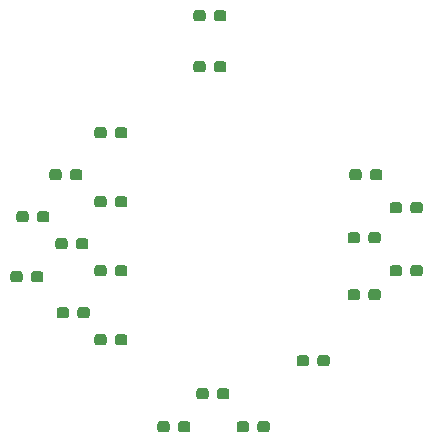
<source format=gtp>
G04 #@! TF.GenerationSoftware,KiCad,Pcbnew,(5.1.6-0-10_14)*
G04 #@! TF.CreationDate,2022-01-06T22:32:46-06:00*
G04 #@! TF.ProjectId,opto_isolator,6f70746f-5f69-4736-9f6c-61746f722e6b,rev?*
G04 #@! TF.SameCoordinates,Original*
G04 #@! TF.FileFunction,Paste,Top*
G04 #@! TF.FilePolarity,Positive*
%FSLAX46Y46*%
G04 Gerber Fmt 4.6, Leading zero omitted, Abs format (unit mm)*
G04 Created by KiCad (PCBNEW (5.1.6-0-10_14)) date 2022-01-06 22:32:46*
%MOMM*%
%LPD*%
G01*
G04 APERTURE LIST*
G04 APERTURE END LIST*
G36*
G01*
X127011000Y-95995500D02*
X127011000Y-95520500D01*
G75*
G02*
X127248500Y-95283000I237500J0D01*
G01*
X127823500Y-95283000D01*
G75*
G02*
X128061000Y-95520500I0J-237500D01*
G01*
X128061000Y-95995500D01*
G75*
G02*
X127823500Y-96233000I-237500J0D01*
G01*
X127248500Y-96233000D01*
G75*
G02*
X127011000Y-95995500I0J237500D01*
G01*
G37*
G36*
G01*
X128761000Y-95995500D02*
X128761000Y-95520500D01*
G75*
G02*
X128998500Y-95283000I237500J0D01*
G01*
X129573500Y-95283000D01*
G75*
G02*
X129811000Y-95520500I0J-237500D01*
G01*
X129811000Y-95995500D01*
G75*
G02*
X129573500Y-96233000I-237500J0D01*
G01*
X128998500Y-96233000D01*
G75*
G02*
X128761000Y-95995500I0J237500D01*
G01*
G37*
G36*
G01*
X113521000Y-81009500D02*
X113521000Y-80534500D01*
G75*
G02*
X113758500Y-80297000I237500J0D01*
G01*
X114333500Y-80297000D01*
G75*
G02*
X114571000Y-80534500I0J-237500D01*
G01*
X114571000Y-81009500D01*
G75*
G02*
X114333500Y-81247000I-237500J0D01*
G01*
X113758500Y-81247000D01*
G75*
G02*
X113521000Y-81009500I0J237500D01*
G01*
G37*
G36*
G01*
X111771000Y-81009500D02*
X111771000Y-80534500D01*
G75*
G02*
X112008500Y-80297000I237500J0D01*
G01*
X112583500Y-80297000D01*
G75*
G02*
X112821000Y-80534500I0J-237500D01*
G01*
X112821000Y-81009500D01*
G75*
G02*
X112583500Y-81247000I-237500J0D01*
G01*
X112008500Y-81247000D01*
G75*
G02*
X111771000Y-81009500I0J237500D01*
G01*
G37*
G36*
G01*
X129557000Y-67834500D02*
X129557000Y-68309500D01*
G75*
G02*
X129319500Y-68547000I-237500J0D01*
G01*
X128744500Y-68547000D01*
G75*
G02*
X128507000Y-68309500I0J237500D01*
G01*
X128507000Y-67834500D01*
G75*
G02*
X128744500Y-67597000I237500J0D01*
G01*
X129319500Y-67597000D01*
G75*
G02*
X129557000Y-67834500I0J-237500D01*
G01*
G37*
G36*
G01*
X127807000Y-67834500D02*
X127807000Y-68309500D01*
G75*
G02*
X127569500Y-68547000I-237500J0D01*
G01*
X126994500Y-68547000D01*
G75*
G02*
X126757000Y-68309500I0J237500D01*
G01*
X126757000Y-67834500D01*
G75*
G02*
X126994500Y-67597000I237500J0D01*
G01*
X127569500Y-67597000D01*
G75*
G02*
X127807000Y-67834500I0J-237500D01*
G01*
G37*
G36*
G01*
X140874000Y-87138500D02*
X140874000Y-87613500D01*
G75*
G02*
X140636500Y-87851000I-237500J0D01*
G01*
X140061500Y-87851000D01*
G75*
G02*
X139824000Y-87613500I0J237500D01*
G01*
X139824000Y-87138500D01*
G75*
G02*
X140061500Y-86901000I237500J0D01*
G01*
X140636500Y-86901000D01*
G75*
G02*
X140874000Y-87138500I0J-237500D01*
G01*
G37*
G36*
G01*
X142624000Y-87138500D02*
X142624000Y-87613500D01*
G75*
G02*
X142386500Y-87851000I-237500J0D01*
G01*
X141811500Y-87851000D01*
G75*
G02*
X141574000Y-87613500I0J237500D01*
G01*
X141574000Y-87138500D01*
G75*
G02*
X141811500Y-86901000I237500J0D01*
G01*
X142386500Y-86901000D01*
G75*
G02*
X142624000Y-87138500I0J-237500D01*
G01*
G37*
G36*
G01*
X132176000Y-98789500D02*
X132176000Y-98314500D01*
G75*
G02*
X132413500Y-98077000I237500J0D01*
G01*
X132988500Y-98077000D01*
G75*
G02*
X133226000Y-98314500I0J-237500D01*
G01*
X133226000Y-98789500D01*
G75*
G02*
X132988500Y-99027000I-237500J0D01*
G01*
X132413500Y-99027000D01*
G75*
G02*
X132176000Y-98789500I0J237500D01*
G01*
G37*
G36*
G01*
X130426000Y-98789500D02*
X130426000Y-98314500D01*
G75*
G02*
X130663500Y-98077000I237500J0D01*
G01*
X131238500Y-98077000D01*
G75*
G02*
X131476000Y-98314500I0J-237500D01*
G01*
X131476000Y-98789500D01*
G75*
G02*
X131238500Y-99027000I-237500J0D01*
G01*
X130663500Y-99027000D01*
G75*
G02*
X130426000Y-98789500I0J237500D01*
G01*
G37*
G36*
G01*
X121175000Y-79264500D02*
X121175000Y-79739500D01*
G75*
G02*
X120937500Y-79977000I-237500J0D01*
G01*
X120362500Y-79977000D01*
G75*
G02*
X120125000Y-79739500I0J237500D01*
G01*
X120125000Y-79264500D01*
G75*
G02*
X120362500Y-79027000I237500J0D01*
G01*
X120937500Y-79027000D01*
G75*
G02*
X121175000Y-79264500I0J-237500D01*
G01*
G37*
G36*
G01*
X119425000Y-79264500D02*
X119425000Y-79739500D01*
G75*
G02*
X119187500Y-79977000I-237500J0D01*
G01*
X118612500Y-79977000D01*
G75*
G02*
X118375000Y-79739500I0J237500D01*
G01*
X118375000Y-79264500D01*
G75*
G02*
X118612500Y-79027000I237500J0D01*
G01*
X119187500Y-79027000D01*
G75*
G02*
X119425000Y-79264500I0J-237500D01*
G01*
G37*
G36*
G01*
X120125000Y-73897500D02*
X120125000Y-73422500D01*
G75*
G02*
X120362500Y-73185000I237500J0D01*
G01*
X120937500Y-73185000D01*
G75*
G02*
X121175000Y-73422500I0J-237500D01*
G01*
X121175000Y-73897500D01*
G75*
G02*
X120937500Y-74135000I-237500J0D01*
G01*
X120362500Y-74135000D01*
G75*
G02*
X120125000Y-73897500I0J237500D01*
G01*
G37*
G36*
G01*
X118375000Y-73897500D02*
X118375000Y-73422500D01*
G75*
G02*
X118612500Y-73185000I237500J0D01*
G01*
X119187500Y-73185000D01*
G75*
G02*
X119425000Y-73422500I0J-237500D01*
G01*
X119425000Y-73897500D01*
G75*
G02*
X119187500Y-74135000I-237500J0D01*
G01*
X118612500Y-74135000D01*
G75*
G02*
X118375000Y-73897500I0J237500D01*
G01*
G37*
G36*
G01*
X114565000Y-77453500D02*
X114565000Y-76978500D01*
G75*
G02*
X114802500Y-76741000I237500J0D01*
G01*
X115377500Y-76741000D01*
G75*
G02*
X115615000Y-76978500I0J-237500D01*
G01*
X115615000Y-77453500D01*
G75*
G02*
X115377500Y-77691000I-237500J0D01*
G01*
X114802500Y-77691000D01*
G75*
G02*
X114565000Y-77453500I0J237500D01*
G01*
G37*
G36*
G01*
X116315000Y-77453500D02*
X116315000Y-76978500D01*
G75*
G02*
X116552500Y-76741000I237500J0D01*
G01*
X117127500Y-76741000D01*
G75*
G02*
X117365000Y-76978500I0J-237500D01*
G01*
X117365000Y-77453500D01*
G75*
G02*
X117127500Y-77691000I-237500J0D01*
G01*
X116552500Y-77691000D01*
G75*
G02*
X116315000Y-77453500I0J237500D01*
G01*
G37*
G36*
G01*
X116823000Y-83295500D02*
X116823000Y-82820500D01*
G75*
G02*
X117060500Y-82583000I237500J0D01*
G01*
X117635500Y-82583000D01*
G75*
G02*
X117873000Y-82820500I0J-237500D01*
G01*
X117873000Y-83295500D01*
G75*
G02*
X117635500Y-83533000I-237500J0D01*
G01*
X117060500Y-83533000D01*
G75*
G02*
X116823000Y-83295500I0J237500D01*
G01*
G37*
G36*
G01*
X115073000Y-83295500D02*
X115073000Y-82820500D01*
G75*
G02*
X115310500Y-82583000I237500J0D01*
G01*
X115885500Y-82583000D01*
G75*
G02*
X116123000Y-82820500I0J-237500D01*
G01*
X116123000Y-83295500D01*
G75*
G02*
X115885500Y-83533000I-237500J0D01*
G01*
X115310500Y-83533000D01*
G75*
G02*
X115073000Y-83295500I0J237500D01*
G01*
G37*
G36*
G01*
X115186000Y-89137500D02*
X115186000Y-88662500D01*
G75*
G02*
X115423500Y-88425000I237500J0D01*
G01*
X115998500Y-88425000D01*
G75*
G02*
X116236000Y-88662500I0J-237500D01*
G01*
X116236000Y-89137500D01*
G75*
G02*
X115998500Y-89375000I-237500J0D01*
G01*
X115423500Y-89375000D01*
G75*
G02*
X115186000Y-89137500I0J237500D01*
G01*
G37*
G36*
G01*
X116936000Y-89137500D02*
X116936000Y-88662500D01*
G75*
G02*
X117173500Y-88425000I237500J0D01*
G01*
X117748500Y-88425000D01*
G75*
G02*
X117986000Y-88662500I0J-237500D01*
G01*
X117986000Y-89137500D01*
G75*
G02*
X117748500Y-89375000I-237500J0D01*
G01*
X117173500Y-89375000D01*
G75*
G02*
X116936000Y-89137500I0J237500D01*
G01*
G37*
G36*
G01*
X119425000Y-85106500D02*
X119425000Y-85581500D01*
G75*
G02*
X119187500Y-85819000I-237500J0D01*
G01*
X118612500Y-85819000D01*
G75*
G02*
X118375000Y-85581500I0J237500D01*
G01*
X118375000Y-85106500D01*
G75*
G02*
X118612500Y-84869000I237500J0D01*
G01*
X119187500Y-84869000D01*
G75*
G02*
X119425000Y-85106500I0J-237500D01*
G01*
G37*
G36*
G01*
X121175000Y-85106500D02*
X121175000Y-85581500D01*
G75*
G02*
X120937500Y-85819000I-237500J0D01*
G01*
X120362500Y-85819000D01*
G75*
G02*
X120125000Y-85581500I0J237500D01*
G01*
X120125000Y-85106500D01*
G75*
G02*
X120362500Y-84869000I237500J0D01*
G01*
X120937500Y-84869000D01*
G75*
G02*
X121175000Y-85106500I0J-237500D01*
G01*
G37*
G36*
G01*
X121175000Y-90948500D02*
X121175000Y-91423500D01*
G75*
G02*
X120937500Y-91661000I-237500J0D01*
G01*
X120362500Y-91661000D01*
G75*
G02*
X120125000Y-91423500I0J237500D01*
G01*
X120125000Y-90948500D01*
G75*
G02*
X120362500Y-90711000I237500J0D01*
G01*
X120937500Y-90711000D01*
G75*
G02*
X121175000Y-90948500I0J-237500D01*
G01*
G37*
G36*
G01*
X119425000Y-90948500D02*
X119425000Y-91423500D01*
G75*
G02*
X119187500Y-91661000I-237500J0D01*
G01*
X118612500Y-91661000D01*
G75*
G02*
X118375000Y-91423500I0J237500D01*
G01*
X118375000Y-90948500D01*
G75*
G02*
X118612500Y-90711000I237500J0D01*
G01*
X119187500Y-90711000D01*
G75*
G02*
X119425000Y-90948500I0J-237500D01*
G01*
G37*
G36*
G01*
X141015000Y-76978500D02*
X141015000Y-77453500D01*
G75*
G02*
X140777500Y-77691000I-237500J0D01*
G01*
X140202500Y-77691000D01*
G75*
G02*
X139965000Y-77453500I0J237500D01*
G01*
X139965000Y-76978500D01*
G75*
G02*
X140202500Y-76741000I237500J0D01*
G01*
X140777500Y-76741000D01*
G75*
G02*
X141015000Y-76978500I0J-237500D01*
G01*
G37*
G36*
G01*
X142765000Y-76978500D02*
X142765000Y-77453500D01*
G75*
G02*
X142527500Y-77691000I-237500J0D01*
G01*
X141952500Y-77691000D01*
G75*
G02*
X141715000Y-77453500I0J237500D01*
G01*
X141715000Y-76978500D01*
G75*
G02*
X141952500Y-76741000I237500J0D01*
G01*
X142527500Y-76741000D01*
G75*
G02*
X142765000Y-76978500I0J-237500D01*
G01*
G37*
G36*
G01*
X146180000Y-79772500D02*
X146180000Y-80247500D01*
G75*
G02*
X145942500Y-80485000I-237500J0D01*
G01*
X145367500Y-80485000D01*
G75*
G02*
X145130000Y-80247500I0J237500D01*
G01*
X145130000Y-79772500D01*
G75*
G02*
X145367500Y-79535000I237500J0D01*
G01*
X145942500Y-79535000D01*
G75*
G02*
X146180000Y-79772500I0J-237500D01*
G01*
G37*
G36*
G01*
X144430000Y-79772500D02*
X144430000Y-80247500D01*
G75*
G02*
X144192500Y-80485000I-237500J0D01*
G01*
X143617500Y-80485000D01*
G75*
G02*
X143380000Y-80247500I0J237500D01*
G01*
X143380000Y-79772500D01*
G75*
G02*
X143617500Y-79535000I237500J0D01*
G01*
X144192500Y-79535000D01*
G75*
G02*
X144430000Y-79772500I0J-237500D01*
G01*
G37*
G36*
G01*
X140874000Y-82312500D02*
X140874000Y-82787500D01*
G75*
G02*
X140636500Y-83025000I-237500J0D01*
G01*
X140061500Y-83025000D01*
G75*
G02*
X139824000Y-82787500I0J237500D01*
G01*
X139824000Y-82312500D01*
G75*
G02*
X140061500Y-82075000I237500J0D01*
G01*
X140636500Y-82075000D01*
G75*
G02*
X140874000Y-82312500I0J-237500D01*
G01*
G37*
G36*
G01*
X142624000Y-82312500D02*
X142624000Y-82787500D01*
G75*
G02*
X142386500Y-83025000I-237500J0D01*
G01*
X141811500Y-83025000D01*
G75*
G02*
X141574000Y-82787500I0J237500D01*
G01*
X141574000Y-82312500D01*
G75*
G02*
X141811500Y-82075000I237500J0D01*
G01*
X142386500Y-82075000D01*
G75*
G02*
X142624000Y-82312500I0J-237500D01*
G01*
G37*
G36*
G01*
X146180000Y-85106500D02*
X146180000Y-85581500D01*
G75*
G02*
X145942500Y-85819000I-237500J0D01*
G01*
X145367500Y-85819000D01*
G75*
G02*
X145130000Y-85581500I0J237500D01*
G01*
X145130000Y-85106500D01*
G75*
G02*
X145367500Y-84869000I237500J0D01*
G01*
X145942500Y-84869000D01*
G75*
G02*
X146180000Y-85106500I0J-237500D01*
G01*
G37*
G36*
G01*
X144430000Y-85106500D02*
X144430000Y-85581500D01*
G75*
G02*
X144192500Y-85819000I-237500J0D01*
G01*
X143617500Y-85819000D01*
G75*
G02*
X143380000Y-85581500I0J237500D01*
G01*
X143380000Y-85106500D01*
G75*
G02*
X143617500Y-84869000I237500J0D01*
G01*
X144192500Y-84869000D01*
G75*
G02*
X144430000Y-85106500I0J-237500D01*
G01*
G37*
G36*
G01*
X125459000Y-98789500D02*
X125459000Y-98314500D01*
G75*
G02*
X125696500Y-98077000I237500J0D01*
G01*
X126271500Y-98077000D01*
G75*
G02*
X126509000Y-98314500I0J-237500D01*
G01*
X126509000Y-98789500D01*
G75*
G02*
X126271500Y-99027000I-237500J0D01*
G01*
X125696500Y-99027000D01*
G75*
G02*
X125459000Y-98789500I0J237500D01*
G01*
G37*
G36*
G01*
X123709000Y-98789500D02*
X123709000Y-98314500D01*
G75*
G02*
X123946500Y-98077000I237500J0D01*
G01*
X124521500Y-98077000D01*
G75*
G02*
X124759000Y-98314500I0J-237500D01*
G01*
X124759000Y-98789500D01*
G75*
G02*
X124521500Y-99027000I-237500J0D01*
G01*
X123946500Y-99027000D01*
G75*
G02*
X123709000Y-98789500I0J237500D01*
G01*
G37*
G36*
G01*
X126757000Y-63991500D02*
X126757000Y-63516500D01*
G75*
G02*
X126994500Y-63279000I237500J0D01*
G01*
X127569500Y-63279000D01*
G75*
G02*
X127807000Y-63516500I0J-237500D01*
G01*
X127807000Y-63991500D01*
G75*
G02*
X127569500Y-64229000I-237500J0D01*
G01*
X126994500Y-64229000D01*
G75*
G02*
X126757000Y-63991500I0J237500D01*
G01*
G37*
G36*
G01*
X128507000Y-63991500D02*
X128507000Y-63516500D01*
G75*
G02*
X128744500Y-63279000I237500J0D01*
G01*
X129319500Y-63279000D01*
G75*
G02*
X129557000Y-63516500I0J-237500D01*
G01*
X129557000Y-63991500D01*
G75*
G02*
X129319500Y-64229000I-237500J0D01*
G01*
X128744500Y-64229000D01*
G75*
G02*
X128507000Y-63991500I0J237500D01*
G01*
G37*
G36*
G01*
X136556000Y-92726500D02*
X136556000Y-93201500D01*
G75*
G02*
X136318500Y-93439000I-237500J0D01*
G01*
X135743500Y-93439000D01*
G75*
G02*
X135506000Y-93201500I0J237500D01*
G01*
X135506000Y-92726500D01*
G75*
G02*
X135743500Y-92489000I237500J0D01*
G01*
X136318500Y-92489000D01*
G75*
G02*
X136556000Y-92726500I0J-237500D01*
G01*
G37*
G36*
G01*
X138306000Y-92726500D02*
X138306000Y-93201500D01*
G75*
G02*
X138068500Y-93439000I-237500J0D01*
G01*
X137493500Y-93439000D01*
G75*
G02*
X137256000Y-93201500I0J237500D01*
G01*
X137256000Y-92726500D01*
G75*
G02*
X137493500Y-92489000I237500J0D01*
G01*
X138068500Y-92489000D01*
G75*
G02*
X138306000Y-92726500I0J-237500D01*
G01*
G37*
G36*
G01*
X114063000Y-85614500D02*
X114063000Y-86089500D01*
G75*
G02*
X113825500Y-86327000I-237500J0D01*
G01*
X113250500Y-86327000D01*
G75*
G02*
X113013000Y-86089500I0J237500D01*
G01*
X113013000Y-85614500D01*
G75*
G02*
X113250500Y-85377000I237500J0D01*
G01*
X113825500Y-85377000D01*
G75*
G02*
X114063000Y-85614500I0J-237500D01*
G01*
G37*
G36*
G01*
X112313000Y-85614500D02*
X112313000Y-86089500D01*
G75*
G02*
X112075500Y-86327000I-237500J0D01*
G01*
X111500500Y-86327000D01*
G75*
G02*
X111263000Y-86089500I0J237500D01*
G01*
X111263000Y-85614500D01*
G75*
G02*
X111500500Y-85377000I237500J0D01*
G01*
X112075500Y-85377000D01*
G75*
G02*
X112313000Y-85614500I0J-237500D01*
G01*
G37*
M02*

</source>
